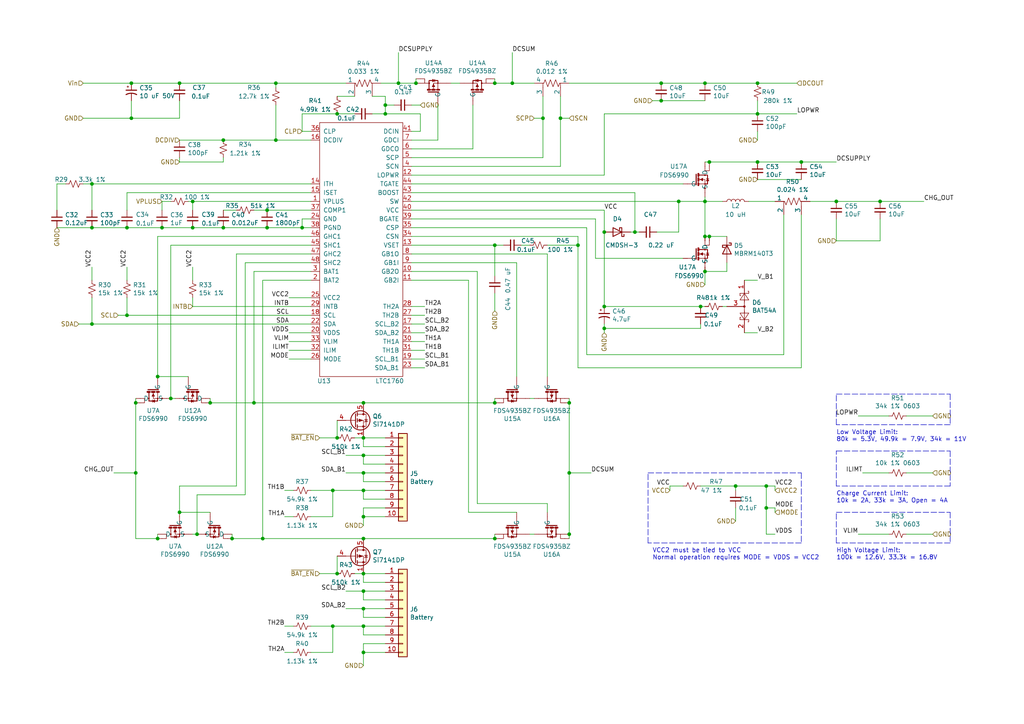
<source format=kicad_sch>
(kicad_sch (version 20211123) (generator eeschema)
  (paper "A4")
  (title_block (title "WW-Battery-Pack PCBs") (date "2020-07-27") (rev "A") (company "Guatek") (comment 1 "First version of 6-pack board stack for Inspired Energy NH2034HD34"))
  (junction (at 45.72 109.22))
  (junction (at 97.79 127))
  (junction (at 38.1 24.13))
  (junction (at 111.76 33.02))
  (junction (at 148.59 24.13))
  (junction (at 67.31 156.21))
  (junction (at 105.41 189.23))
  (junction (at 191.77 29.21))
  (junction (at 105.41 149.86))
  (junction (at 115.57 24.13))
  (junction (at 255.27 58.42))
  (junction (at 87.63 66.04))
  (junction (at 242.57 58.42))
  (junction (at 167.64 71.12))
  (junction (at 105.41 176.53))
  (junction (at 184.15 67.31))
  (junction (at 36.83 66.04))
  (junction (at 64.77 40.64))
  (junction (at 26.67 66.04))
  (junction (at 196.85 58.42))
  (junction (at 105.41 127))
  (junction (at 105.41 171.45))
  (junction (at 55.88 58.42))
  (junction (at 46.99 66.04))
  (junction (at 143.51 71.12))
  (junction (at 73.66 116.84))
  (junction (at 175.26 95.25))
  (junction (at 64.77 66.04))
  (junction (at 120.65 24.13))
  (junction (at 77.47 66.04))
  (junction (at 49.53 115.57))
  (junction (at 165.1 154.94))
  (junction (at 105.41 132.08))
  (junction (at 204.47 24.13))
  (junction (at 165.1 137.16))
  (junction (at 38.1 34.29))
  (junction (at 77.47 60.96))
  (junction (at 203.2 88.9))
  (junction (at 222.25 140.97))
  (junction (at 26.67 53.34))
  (junction (at 97.79 166.37))
  (junction (at 105.41 181.61))
  (junction (at 205.74 68.58))
  (junction (at 157.48 34.29))
  (junction (at 213.36 140.97))
  (junction (at 111.76 30.48))
  (junction (at 219.71 24.13))
  (junction (at 55.88 66.04))
  (junction (at 45.72 156.21))
  (junction (at 105.41 142.24))
  (junction (at 26.67 93.98))
  (junction (at 191.77 24.13))
  (junction (at 36.83 91.44))
  (junction (at 204.47 58.42))
  (junction (at 204.47 68.58))
  (junction (at 232.41 46.99))
  (junction (at 80.01 24.13))
  (junction (at 143.51 156.21))
  (junction (at 175.26 88.9))
  (junction (at 39.37 116.84))
  (junction (at 143.51 24.13))
  (junction (at 165.1 116.84))
  (junction (at 219.71 46.99))
  (junction (at 97.79 33.02))
  (junction (at 105.41 156.21))
  (junction (at 204.47 78.74))
  (junction (at 60.96 116.84))
  (junction (at 80.01 40.64))
  (junction (at 39.37 137.16))
  (junction (at 105.41 137.16))
  (junction (at 96.52 142.24))
  (junction (at 222.25 147.32))
  (junction (at 76.2 156.21))
  (junction (at 105.41 166.37))
  (junction (at 52.07 24.13))
  (junction (at 143.51 116.84))
  (junction (at 96.52 181.61))
  (junction (at 57.15 154.94))
  (junction (at 105.41 116.84))
  (junction (at 205.74 46.99))
  (junction (at 52.07 148.59))
  (junction (at 219.71 33.02))
  (junction (at 175.26 67.31))
  (junction (at 162.56 34.29))
  (wire (pts (xy 148.59 24.13) (xy 148.59 15.24)))
  (wire (pts (xy 105.41 181.61) (xy 96.52 181.61)))
  (wire (pts (xy 67.31 154.94) (xy 67.31 156.21)))
  (wire (pts (xy 71.12 143.51) (xy 71.12 76.2)))
  (wire (pts (xy 105.41 116.84) (xy 143.51 116.84)))
  (wire (pts (xy 38.1 34.29) (xy 52.07 34.29)))
  (wire (pts (xy 171.45 137.16) (xy 165.1 137.16)))
  (wire (pts (xy 100.33 132.08) (xy 105.41 132.08)))
  (polyline (pts (xy 242.57 130.81) (xy 275.59 130.81)))
  (wire (pts (xy 222.25 147.32) (xy 222.25 140.97)))
  (wire (pts (xy 102.87 27.94) (xy 97.79 27.94)))
  (wire (pts (xy 184.15 55.88) (xy 184.15 67.31)))
  (wire (pts (xy 232.41 52.07) (xy 219.71 52.07)))
  (wire (pts (xy 167.64 68.58) (xy 167.64 71.12)))
  (wire (pts (xy 153.67 115.57) (xy 154.94 115.57)))
  (wire (pts (xy 105.41 166.37) (xy 102.87 166.37)))
  (wire (pts (xy 204.47 57.15) (xy 204.47 58.42)))
  (wire (pts (xy 143.51 22.86) (xy 143.51 24.13)))
  (wire (pts (xy 105.41 171.45) (xy 111.76 171.45)))
  (wire (pts (xy 90.17 189.23) (xy 96.52 189.23)))
  (wire (pts (xy 114.3 30.48) (xy 111.76 30.48)))
  (wire (pts (xy 190.5 67.31) (xy 196.85 67.31)))
  (wire (pts (xy 80.01 40.64) (xy 90.17 40.64)))
  (wire (pts (xy 111.76 27.94) (xy 111.76 30.48)))
  (wire (pts (xy 262.89 137.16) (xy 270.51 137.16)))
  (wire (pts (xy 196.85 58.42) (xy 204.47 58.42)))
  (wire (pts (xy 36.83 55.88) (xy 36.83 60.96)))
  (wire (pts (xy 111.76 184.15) (xy 105.41 184.15)))
  (wire (pts (xy 64.77 45.72) (xy 64.77 46.99)))
  (wire (pts (xy 111.76 30.48) (xy 111.76 33.02)))
  (wire (pts (xy 105.41 189.23) (xy 105.41 193.04)))
  (wire (pts (xy 100.33 24.13) (xy 80.01 24.13)))
  (wire (pts (xy 219.71 24.13) (xy 231.14 24.13)))
  (wire (pts (xy 45.72 154.94) (xy 45.72 156.21)))
  (wire (pts (xy 39.37 156.21) (xy 45.72 156.21)))
  (wire (pts (xy 52.07 45.72) (xy 52.07 46.99)))
  (wire (pts (xy 149.86 148.59) (xy 135.89 148.59)))
  (wire (pts (xy 123.19 106.68) (xy 119.38 106.68)))
  (wire (pts (xy 170.18 102.87) (xy 170.18 66.04)))
  (wire (pts (xy 137.16 43.18) (xy 119.38 43.18)))
  (wire (pts (xy 54.61 109.22) (xy 45.72 109.22)))
  (wire (pts (xy 172.72 74.93) (xy 198.12 74.93)))
  (wire (pts (xy 149.86 109.22) (xy 149.86 76.2)))
  (wire (pts (xy 55.88 88.9) (xy 55.88 86.36)))
  (wire (pts (xy 90.17 53.34) (xy 26.67 53.34)))
  (wire (pts (xy 76.2 156.21) (xy 105.41 156.21)))
  (wire (pts (xy 213.36 140.97) (xy 203.2 140.97)))
  (wire (pts (xy 111.76 149.86) (xy 105.41 149.86)))
  (wire (pts (xy 55.88 66.04) (xy 64.77 66.04)))
  (wire (pts (xy 90.17 55.88) (xy 36.83 55.88)))
  (wire (pts (xy 49.53 115.57) (xy 50.8 115.57)))
  (wire (pts (xy 105.41 139.7) (xy 111.76 139.7)))
  (polyline (pts (xy 275.59 114.3) (xy 275.59 123.19)))
  (wire (pts (xy 219.71 38.1) (xy 219.71 40.64)))
  (wire (pts (xy 26.67 93.98) (xy 22.86 93.98)))
  (wire (pts (xy 111.76 33.02) (xy 121.92 33.02)))
  (wire (pts (xy 80.01 30.48) (xy 80.01 40.64)))
  (wire (pts (xy 39.37 137.16) (xy 39.37 156.21)))
  (wire (pts (xy 146.05 71.12) (xy 143.51 71.12)))
  (wire (pts (xy 167.64 71.12) (xy 167.64 106.68)))
  (wire (pts (xy 80.01 24.13) (xy 80.01 25.4)))
  (wire (pts (xy 111.76 142.24) (xy 105.41 142.24)))
  (wire (pts (xy 165.1 137.16) (xy 165.1 154.94)))
  (wire (pts (xy 119.38 55.88) (xy 184.15 55.88)))
  (wire (pts (xy 165.1 156.21) (xy 165.1 154.94)))
  (wire (pts (xy 55.88 88.9) (xy 90.17 88.9)))
  (wire (pts (xy 213.36 142.24) (xy 213.36 140.97)))
  (wire (pts (xy 87.63 66.04) (xy 90.17 66.04)))
  (wire (pts (xy 119.38 60.96) (xy 175.26 60.96)))
  (wire (pts (xy 151.13 71.12) (xy 153.67 71.12)))
  (wire (pts (xy 194.31 140.97) (xy 194.31 142.24)))
  (wire (pts (xy 111.76 189.23) (xy 105.41 189.23)))
  (wire (pts (xy 204.47 78.74) (xy 210.82 78.74)))
  (wire (pts (xy 157.48 34.29) (xy 157.48 45.72)))
  (wire (pts (xy 38.1 24.13) (xy 24.13 24.13)))
  (wire (pts (xy 36.83 91.44) (xy 90.17 91.44)))
  (wire (pts (xy 49.53 71.12) (xy 90.17 71.12)))
  (wire (pts (xy 107.95 27.94) (xy 111.76 27.94)))
  (wire (pts (xy 137.16 30.48) (xy 137.16 43.18)))
  (wire (pts (xy 204.47 24.13) (xy 191.77 24.13)))
  (wire (pts (xy 222.25 147.32) (xy 222.25 154.94)))
  (wire (pts (xy 90.17 60.96) (xy 77.47 60.96)))
  (wire (pts (xy 204.47 58.42) (xy 204.47 68.58)))
  (wire (pts (xy 222.25 154.94) (xy 224.79 154.94)))
  (wire (pts (xy 45.72 68.58) (xy 90.17 68.58)))
  (wire (pts (xy 19.05 53.34) (xy 16.51 53.34)))
  (wire (pts (xy 49.53 58.42) (xy 46.99 58.42)))
  (wire (pts (xy 111.76 147.32) (xy 105.41 147.32)))
  (wire (pts (xy 105.41 147.32) (xy 105.41 149.86)))
  (wire (pts (xy 105.41 137.16) (xy 111.76 137.16)))
  (wire (pts (xy 203.2 88.9) (xy 204.47 88.9)))
  (wire (pts (xy 90.17 58.42) (xy 55.88 58.42)))
  (wire (pts (xy 242.57 58.42) (xy 255.27 58.42)))
  (polyline (pts (xy 242.57 157.48) (xy 242.57 148.59)))
  (wire (pts (xy 205.74 68.58) (xy 210.82 68.58)))
  (wire (pts (xy 215.9 81.28) (xy 219.71 81.28)))
  (wire (pts (xy 57.15 154.94) (xy 57.15 143.51)))
  (wire (pts (xy 105.41 166.37) (xy 111.76 166.37)))
  (wire (pts (xy 248.92 120.65) (xy 257.81 120.65)))
  (wire (pts (xy 33.02 137.16) (xy 39.37 137.16)))
  (wire (pts (xy 107.95 33.02) (xy 111.76 33.02)))
  (wire (pts (xy 119.38 30.48) (xy 121.92 30.48)))
  (wire (pts (xy 97.79 33.02) (xy 87.63 33.02)))
  (wire (pts (xy 105.41 142.24) (xy 96.52 142.24)))
  (wire (pts (xy 167.64 106.68) (xy 232.41 106.68)))
  (wire (pts (xy 73.66 60.96) (xy 77.47 60.96)))
  (wire (pts (xy 196.85 67.31) (xy 196.85 58.42)))
  (wire (pts (xy 170.18 102.87) (xy 227.33 102.87)))
  (wire (pts (xy 36.83 81.28) (xy 36.83 77.47)))
  (wire (pts (xy 110.49 24.13) (xy 115.57 24.13)))
  (wire (pts (xy 119.38 63.5) (xy 172.72 63.5)))
  (wire (pts (xy 143.51 154.94) (xy 143.51 156.21)))
  (wire (pts (xy 36.83 91.44) (xy 34.29 91.44)))
  (wire (pts (xy 119.38 93.98) (xy 123.19 93.98)))
  (wire (pts (xy 205.74 68.58) (xy 204.47 68.58)))
  (wire (pts (xy 46.99 58.42) (xy 46.99 60.96)))
  (wire (pts (xy 119.38 99.06) (xy 123.19 99.06)))
  (wire (pts (xy 232.41 46.99) (xy 242.57 46.99)))
  (wire (pts (xy 105.41 179.07) (xy 111.76 179.07)))
  (polyline (pts (xy 275.59 157.48) (xy 242.57 157.48)))
  (wire (pts (xy 83.82 86.36) (xy 90.17 86.36)))
  (wire (pts (xy 96.52 189.23) (xy 96.52 181.61)))
  (wire (pts (xy 119.38 91.44) (xy 123.19 91.44)))
  (wire (pts (xy 52.07 24.13) (xy 38.1 24.13)))
  (wire (pts (xy 203.2 93.98) (xy 203.2 95.25)))
  (polyline (pts (xy 232.41 157.48) (xy 187.96 157.48)))
  (wire (pts (xy 210.82 78.74) (xy 210.82 76.2)))
  (wire (pts (xy 105.41 176.53) (xy 111.76 176.53)))
  (wire (pts (xy 26.67 53.34) (xy 26.67 60.96)))
  (wire (pts (xy 165.1 116.84) (xy 165.1 137.16)))
  (wire (pts (xy 262.89 154.94) (xy 270.51 154.94)))
  (wire (pts (xy 232.41 62.23) (xy 232.41 106.68)))
  (wire (pts (xy 96.52 142.24) (xy 90.17 142.24)))
  (wire (pts (xy 175.26 60.96) (xy 175.26 67.31)))
  (polyline (pts (xy 275.59 123.19) (xy 242.57 123.19)))
  (wire (pts (xy 105.41 134.62) (xy 111.76 134.62)))
  (wire (pts (xy 73.66 116.84) (xy 105.41 116.84)))
  (wire (pts (xy 105.41 184.15) (xy 105.41 181.61)))
  (wire (pts (xy 227.33 62.23) (xy 227.33 102.87)))
  (wire (pts (xy 153.67 154.94) (xy 154.94 154.94)))
  (wire (pts (xy 255.27 69.85) (xy 242.57 69.85)))
  (wire (pts (xy 87.63 38.1) (xy 90.17 38.1)))
  (wire (pts (xy 111.76 186.69) (xy 105.41 186.69)))
  (wire (pts (xy 143.51 85.09) (xy 143.51 90.17)))
  (wire (pts (xy 73.66 116.84) (xy 73.66 78.74)))
  (wire (pts (xy 127 40.64) (xy 119.38 40.64)))
  (wire (pts (xy 105.41 127) (xy 105.41 129.54)))
  (wire (pts (xy 82.55 189.23) (xy 85.09 189.23)))
  (polyline (pts (xy 242.57 123.19) (xy 242.57 114.3)))
  (wire (pts (xy 52.07 34.29) (xy 52.07 29.21)))
  (wire (pts (xy 90.17 63.5) (xy 87.63 63.5)))
  (wire (pts (xy 175.26 67.31) (xy 175.26 88.9)))
  (wire (pts (xy 162.56 48.26) (xy 162.56 34.29)))
  (wire (pts (xy 248.92 154.94) (xy 257.81 154.94)))
  (wire (pts (xy 213.36 140.97) (xy 222.25 140.97)))
  (wire (pts (xy 97.79 166.37) (xy 97.79 161.29)))
  (polyline (pts (xy 232.41 137.16) (xy 232.41 157.48)))
  (wire (pts (xy 57.15 143.51) (xy 71.12 143.51)))
  (wire (pts (xy 36.83 91.44) (xy 36.83 86.36)))
  (wire (pts (xy 209.55 88.9) (xy 210.82 88.9)))
  (wire (pts (xy 90.17 149.86) (xy 96.52 149.86)))
  (wire (pts (xy 87.63 33.02) (xy 87.63 38.1)))
  (wire (pts (xy 68.58 140.97) (xy 68.58 73.66)))
  (wire (pts (xy 158.75 71.12) (xy 167.64 71.12)))
  (wire (pts (xy 165.1 34.29) (xy 162.56 34.29)))
  (wire (pts (xy 157.48 27.94) (xy 157.48 34.29)))
  (wire (pts (xy 71.12 76.2) (xy 90.17 76.2)))
  (wire (pts (xy 119.38 104.14) (xy 123.19 104.14)))
  (wire (pts (xy 55.88 77.47) (xy 55.88 81.28)))
  (wire (pts (xy 111.76 168.91) (xy 105.41 168.91)))
  (wire (pts (xy 60.96 115.57) (xy 60.96 116.84)))
  (wire (pts (xy 105.41 137.16) (xy 105.41 139.7)))
  (wire (pts (xy 204.47 78.74) (xy 204.47 82.55)))
  (wire (pts (xy 52.07 40.64) (xy 64.77 40.64)))
  (wire (pts (xy 102.87 33.02) (xy 97.79 33.02)))
  (wire (pts (xy 96.52 149.86) (xy 96.52 142.24)))
  (wire (pts (xy 45.72 109.22) (xy 45.72 68.58)))
  (wire (pts (xy 165.1 116.84) (xy 165.1 115.57)))
  (wire (pts (xy 222.25 140.97) (xy 224.79 140.97)))
  (wire (pts (xy 97.79 127) (xy 92.71 127)))
  (wire (pts (xy 111.76 181.61) (xy 105.41 181.61)))
  (wire (pts (xy 119.38 71.12) (xy 143.51 71.12)))
  (wire (pts (xy 55.88 58.42) (xy 55.88 60.96)))
  (wire (pts (xy 105.41 156.21) (xy 143.51 156.21)))
  (wire (pts (xy 100.33 176.53) (xy 105.41 176.53)))
  (wire (pts (xy 60.96 148.59) (xy 52.07 148.59)))
  (wire (pts (xy 76.2 156.21) (xy 76.2 81.28)))
  (wire (pts (xy 24.13 53.34) (xy 26.67 53.34)))
  (wire (pts (xy 204.47 24.13) (xy 219.71 24.13)))
  (polyline (pts (xy 187.96 137.16) (xy 232.41 137.16)))
  (wire (pts (xy 36.83 66.04) (xy 46.99 66.04)))
  (wire (pts (xy 135.89 148.59) (xy 135.89 81.28)))
  (wire (pts (xy 55.88 58.42) (xy 54.61 58.42)))
  (wire (pts (xy 170.18 66.04) (xy 119.38 66.04)))
  (wire (pts (xy 182.88 67.31) (xy 184.15 67.31)))
  (wire (pts (xy 64.77 46.99) (xy 52.07 46.99)))
  (wire (pts (xy 154.94 34.29) (xy 157.48 34.29)))
  (wire (pts (xy 175.26 88.9) (xy 203.2 88.9)))
  (wire (pts (xy 184.15 67.31) (xy 185.42 67.31)))
  (wire (pts (xy 123.19 101.6) (xy 119.38 101.6)))
  (wire (pts (xy 64.77 40.64) (xy 80.01 40.64)))
  (wire (pts (xy 105.41 132.08) (xy 105.41 134.62)))
  (wire (pts (xy 105.41 127) (xy 102.87 127)))
  (wire (pts (xy 175.26 95.25) (xy 175.26 96.52)))
  (wire (pts (xy 138.43 146.05) (xy 138.43 78.74)))
  (wire (pts (xy 97.79 127) (xy 97.79 121.92)))
  (wire (pts (xy 158.75 148.59) (xy 158.75 146.05)))
  (wire (pts (xy 97.79 166.37) (xy 92.71 166.37)))
  (wire (pts (xy 121.92 38.1) (xy 119.38 38.1)))
  (wire (pts (xy 26.67 81.28) (xy 26.67 77.47)))
  (wire (pts (xy 158.75 109.22) (xy 158.75 73.66)))
  (wire (pts (xy 82.55 149.86) (xy 85.09 149.86)))
  (wire (pts (xy 143.51 24.13) (xy 148.59 24.13)))
  (wire (pts (xy 213.36 147.32) (xy 213.36 151.13)))
  (wire (pts (xy 38.1 29.21) (xy 38.1 34.29)))
  (wire (pts (xy 119.38 50.8) (xy 175.26 50.8)))
  (polyline (pts (xy 242.57 148.59) (xy 275.59 148.59)))
  (wire (pts (xy 115.57 24.13) (xy 120.65 24.13)))
  (wire (pts (xy 158.75 73.66) (xy 119.38 73.66)))
  (wire (pts (xy 162.56 34.29) (xy 162.56 27.94)))
  (wire (pts (xy 135.89 81.28) (xy 119.38 81.28)))
  (wire (pts (xy 83.82 101.6) (xy 90.17 101.6)))
  (wire (pts (xy 119.38 48.26) (xy 162.56 48.26)))
  (wire (pts (xy 232.41 46.99) (xy 219.71 46.99)))
  (wire (pts (xy 64.77 66.04) (xy 77.47 66.04)))
  (wire (pts (xy 52.07 140.97) (xy 68.58 140.97)))
  (wire (pts (xy 46.99 66.04) (xy 55.88 66.04)))
  (wire (pts (xy 204.47 29.21) (xy 191.77 29.21)))
  (wire (pts (xy 217.17 58.42) (xy 224.79 58.42)))
  (wire (pts (xy 26.67 93.98) (xy 90.17 93.98)))
  (wire (pts (xy 175.26 95.25) (xy 203.2 95.25)))
  (wire (pts (xy 60.96 116.84) (xy 73.66 116.84)))
  (wire (pts (xy 262.89 120.65) (xy 270.51 120.65)))
  (polyline (pts (xy 275.59 148.59) (xy 275.59 157.48)))
  (wire (pts (xy 105.41 171.45) (xy 105.41 173.99)))
  (wire (pts (xy 175.26 33.02) (xy 219.71 33.02)))
  (wire (pts (xy 26.67 93.98) (xy 26.67 86.36)))
  (wire (pts (xy 204.47 46.99) (xy 205.74 46.99)))
  (wire (pts (xy 96.52 181.61) (xy 90.17 181.61)))
  (wire (pts (xy 209.55 58.42) (xy 204.47 58.42)))
  (wire (pts (xy 120.65 22.86) (xy 120.65 24.13)))
  (wire (pts (xy 255.27 63.5) (xy 255.27 69.85)))
  (wire (pts (xy 83.82 99.06) (xy 90.17 99.06)))
  (wire (pts (xy 111.76 127) (xy 105.41 127)))
  (wire (pts (xy 242.57 63.5) (xy 242.57 69.85)))
  (wire (pts (xy 77.47 66.04) (xy 87.63 66.04)))
  (wire (pts (xy 175.26 93.98) (xy 175.26 95.25)))
  (wire (pts (xy 105.41 173.99) (xy 111.76 173.99)))
  (polyline (pts (xy 187.96 157.48) (xy 187.96 137.16)))
  (wire (pts (xy 231.14 33.02) (xy 219.71 33.02)))
  (wire (pts (xy 119.38 68.58) (xy 167.64 68.58)))
  (wire (pts (xy 100.33 137.16) (xy 105.41 137.16)))
  (wire (pts (xy 224.79 140.97) (xy 224.79 142.24)))
  (wire (pts (xy 16.51 66.04) (xy 26.67 66.04)))
  (wire (pts (xy 157.48 45.72) (xy 119.38 45.72)))
  (wire (pts (xy 39.37 116.84) (xy 39.37 137.16)))
  (wire (pts (xy 39.37 115.57) (xy 39.37 116.84)))
  (wire (pts (xy 80.01 24.13) (xy 52.07 24.13)))
  (wire (pts (xy 82.55 181.61) (xy 85.09 181.61)))
  (wire (pts (xy 87.63 63.5) (xy 87.63 66.04)))
  (wire (pts (xy 148.59 24.13) (xy 154.94 24.13)))
  (wire (pts (xy 55.88 154.94) (xy 57.15 154.94)))
  (wire (pts (xy 215.9 96.52) (xy 219.71 96.52)))
  (wire (pts (xy 83.82 96.52) (xy 90.17 96.52)))
  (wire (pts (xy 100.33 171.45) (xy 105.41 171.45)))
  (wire (pts (xy 67.31 156.21) (xy 76.2 156.21)))
  (wire (pts (xy 138.43 78.74) (xy 119.38 78.74)))
  (wire (pts (xy 219.71 29.21) (xy 219.71 33.02)))
  (wire (pts (xy 194.31 140.97) (xy 198.12 140.97)))
  (wire (pts (xy 82.55 142.24) (xy 85.09 142.24)))
  (wire (pts (xy 130.81 24.13) (xy 133.35 24.13)))
  (wire (pts (xy 26.67 66.04) (xy 36.83 66.04)))
  (wire (pts (xy 105.41 168.91) (xy 105.41 166.37)))
  (wire (pts (xy 105.41 129.54) (xy 111.76 129.54)))
  (wire (pts (xy 191.77 24.13) (xy 165.1 24.13)))
  (wire (pts (xy 52.07 148.59) (xy 52.07 140.97)))
  (wire (pts (xy 76.2 81.28) (xy 90.17 81.28)))
  (wire (pts (xy 105.41 186.69) (xy 105.41 189.23)))
  (wire (pts (xy 119.38 58.42) (xy 196.85 58.42)))
  (wire (pts (xy 158.75 146.05) (xy 138.43 146.05)))
  (wire (pts (xy 119.38 53.34) (xy 198.12 53.34)))
  (wire (pts (xy 149.86 76.2) (xy 119.38 76.2)))
  (wire (pts (xy 24.13 34.29) (xy 38.1 34.29)))
  (wire (pts (xy 224.79 147.32) (xy 224.79 148.59)))
  (wire (pts (xy 68.58 60.96) (xy 64.77 60.96)))
  (wire (pts (xy 255.27 58.42) (xy 267.97 58.42)))
  (wire (pts (xy 224.79 147.32) (xy 222.25 147.32)))
  (wire (pts (xy 250.19 137.16) (xy 257.81 137.16)))
  (wire (pts (xy 105.41 144.78) (xy 105.41 142.24)))
  (wire (pts (xy 105.41 132.08) (xy 111.76 132.08)))
  (wire (pts (xy 234.95 58.42) (xy 242.57 58.42)))
  (wire (pts (xy 90.17 78.74) (xy 73.66 78.74)))
  (wire (pts (xy 105.41 149.86) (xy 105.41 152.4)))
  (polyline (pts (xy 242.57 140.97) (xy 242.57 130.81)))
  (wire (pts (xy 90.17 104.14) (xy 83.82 104.14)))
  (polyline (pts (xy 275.59 140.97) (xy 242.57 140.97)))
  (wire (pts (xy 143.51 115.57) (xy 143.51 116.84)))
  (wire (pts (xy 119.38 88.9) (xy 123.19 88.9)))
  (wire (pts (xy 16.51 53.34) (xy 16.51 60.96)))
  (wire (pts (xy 119.38 96.52) (xy 123.19 96.52)))
  (wire (pts (xy 49.53 115.57) (xy 49.53 71.12)))
  (wire (pts (xy 115.57 15.24) (xy 115.57 24.13)))
  (wire (pts (xy 219.71 46.99) (xy 205.74 46.99)))
  (wire (pts (xy 127 30.48) (xy 127 40.64)))
  (wire (pts (xy 68.58 73.66) (xy 90.17 73.66)))
  (wire (pts (xy 105.41 176.53) (xy 105.41 179.07)))
  (wire (pts (xy 172.72 63.5) (xy 172.72 74.93)))
  (wire (pts (xy 121.92 33.02) (xy 121.92 38.1)))
  (wire (pts (xy 111.76 144.78) (xy 105.41 144.78)))
  (polyline (pts (xy 242.57 114.3) (xy 275.59 114.3)))
  (polyline (pts (xy 275.59 130.81) (xy 275.59 140.97)))
  (wire (pts (xy 143.51 71.12) (xy 143.51 80.01)))
  (wire (pts (xy 189.23 29.21) (xy 191.77 29.21)))
  (wire (pts (xy 175.26 50.8) (xy 175.26 33.02)))
  (text "High Voltage Limit:\n100k = 12.6V, 33.3k = 16.8V" (at 242.57 162.56 0) (effects (font (size 1.27 1.27)) (justify left bottom)))
  (text "VCC2 must be tied to VCC\nNormal operation requires MODE = VDDS = VCC2" (at 189.23 162.56 0) (effects (font (size 1.27 1.27)) (justify left bottom)))
  (text "Charge Current Limit:\n10k = 2A, 33k = 3A, Open = 4A" (at 242.57 146.05 0) (effects (font (size 1.27 1.27)) (justify left bottom)))
  (text "Low Voltage Limit:\n80k = 5.3V, 49.9k = 7.9V, 34k = 11V" (at 242.57 128.27 0) (effects (font (size 1.27 1.27)) (justify left bottom)))
  (label "MODE" (at 83.82 104.14 180))
  (label "LOPWR" (at 248.92 120.65 180))
  (label "VCC2" (at 55.88 77.47 90))
  (label "TH2A" (at 82.55 189.23 180))
  (label "SCL_B1" (at 123.19 104.14 0))
  (label "SDA_B2" (at 123.19 96.52 0))
  (label "VCC2" (at 36.83 77.47 90))
  (label "SCL" (at 83.82 91.44 180))
  (label "TH1B" (at 123.19 101.6 0))
  (label "TH1A" (at 123.19 99.06 0))
  (label "CHG_OUT" (at 267.97 58.42 0))
  (label "SCL_B2" (at 100.33 171.45 180))
  (label "VCC" (at 175.26 60.96 0))
  (label "VDDS" (at 224.79 154.94 0))
  (label "V_B1" (at 219.71 81.28 0))
  (label "DCSUPPLY" (at 242.57 46.99 0))
  (label "ILIMT" (at 83.82 101.6 180))
  (label "SCL_B2" (at 123.19 93.98 0))
  (label "LOPWR" (at 231.14 33.02 0))
  (label "CHG_OUT" (at 33.02 137.16 180))
  (label "VDDS" (at 83.82 96.52 180))
  (label "TH1B" (at 82.55 142.24 180))
  (label "TH2A" (at 123.19 88.9 0))
  (label "TH2B" (at 123.19 91.44 0))
  (label "MODE" (at 224.79 147.32 0))
  (label "VCC2" (at 26.67 77.47 90))
  (label "SDA_B1" (at 100.33 137.16 180))
  (label "VLIM" (at 83.82 99.06 180))
  (label "VCC" (at 194.31 140.97 180))
  (label "V_B2" (at 219.71 96.52 0))
  (label "TH2B" (at 82.55 181.61 180))
  (label "SDA_B1" (at 123.19 106.68 0))
  (label "SDA" (at 83.82 93.98 180))
  (label "TH1A" (at 82.55 149.86 180))
  (label "SDA_B2" (at 100.33 176.53 180))
  (label "INTB" (at 83.82 88.9 180))
  (label "VCC2" (at 83.82 86.36 180))
  (label "SCL_B1" (at 100.33 132.08 180))
  (label "DCSUM" (at 171.45 137.16 0))
  (label "ILIMT" (at 250.19 137.16 180))
  (label "VLIM" (at 248.92 154.94 180))
  (label "DCSUM" (at 148.59 15.24 0))
  (label "DCSUPPLY" (at 115.57 15.24 0))
  (label "VCC2" (at 224.79 140.97 0))
  (hierarchical_label "GND" (shape input) (at 24.13 34.29 180))
  (hierarchical_label "Vin" (shape input) (at 24.13 24.13 180))
  (hierarchical_label "GND" (shape input) (at 143.51 90.17 270))
  (hierarchical_label "GND" (shape input) (at 270.51 137.16 0))
  (hierarchical_label "CLP" (shape input) (at 87.63 38.1 180))
  (hierarchical_label "~{BAT_EN}" (shape input) (at 92.71 166.37 180))
  (hierarchical_label "SDA" (shape input) (at 22.86 93.98 180))
  (hierarchical_label "GND" (shape input) (at 270.51 120.65 0))
  (hierarchical_label "GND" (shape input) (at 105.41 193.04 180))
  (hierarchical_label "GND" (shape input) (at 219.71 52.07 180))
  (hierarchical_label "GND" (shape input) (at 219.71 40.64 180))
  (hierarchical_label "GND" (shape input) (at 16.51 66.04 270))
  (hierarchical_label "GND" (shape input) (at 105.41 152.4 180))
  (hierarchical_label "GND" (shape input) (at 270.51 154.94 0))
  (hierarchical_label "GND" (shape input) (at 242.57 69.85 180))
  (hierarchical_label "SCL" (shape input) (at 34.29 91.44 180))
  (hierarchical_label "INTB" (shape input) (at 55.88 88.9 180))
  (hierarchical_label "GND" (shape input) (at 175.26 96.52 270))
  (hierarchical_label "GND" (shape input) (at 52.07 46.99 180))
  (hierarchical_label "VPLUS" (shape input) (at 46.99 58.42 180))
  (hierarchical_label "VCC2" (shape input) (at 224.79 142.24 0))
  (hierarchical_label "DCOUT" (shape input) (at 231.14 24.13 0))
  (hierarchical_label "SCN" (shape input) (at 165.1 34.29 0))
  (hierarchical_label "MODE" (shape input) (at 224.79 148.59 0))
  (hierarchical_label "VCC" (shape input) (at 194.31 142.24 180))
  (hierarchical_label "GND" (shape input) (at 204.47 82.55 180))
  (hierarchical_label "GND" (shape input) (at 189.23 29.21 180))
  (hierarchical_label "SCP" (shape input) (at 154.94 34.29 180))
  (hierarchical_label "GND" (shape input) (at 121.92 30.48 0))
  (hierarchical_label "DCDIV" (shape input) (at 52.07 40.64 180))
  (hierarchical_label "~{BAT_EN}" (shape input) (at 92.71 127 180))
  (hierarchical_label "GND" (shape input) (at 213.36 151.13 180))
  (symbol (lib_id "ProjectDevices:LTC1760") (at 105.41 71.12 0)
    (property "Reference" "U13" (at 93.98 110.49 0))
    (property "Value" "LTC1760" (at 113.03 110.49 0))
    (property "Footprint" "Package_SO:TSSOP-48_6.1x12.5mm_P0.5mm" (effects hide))
  )
  (symbol (lib_id "ProjectDevices:FDS4935BZ") (at 125.73 24.13 90) (mirror x)
    (property "Reference" "U14" (at 125.73 18.2626 90))
    (property "Value" "FDS4935BZ" (at 125.73 20.574 90))
    (property "Footprint" "Package_SO:SO-8_3.9x4.9mm_P1.27mm" (effects hide))
    (property "Datasheet" "https://docs.google.com/presentation/d/19n4axSA5bAIxrN7nxZUAxGqdsjyp7uwdxvZKUIk3mGc/edit?usp=sharing" (effects hide))
    (property "Part Number" "FDS4935BZCT-ND" (effects hide))
    (property "Supplier" "Digikey" (effects hide))
    (property "Link" "https://www.digikey.com/product-detail/en/on-semiconductor/FDS4935BZ/FDS4935BZCT-ND/1154660" (effects hide))
  )
  (symbol (lib_id "ProjectDevices:FDS4935BZ") (at 160.02 115.57 270) (mirror x)
    (property "Reference" "U16" (at 160.02 121.4374 90))
    (property "Value" "FDS4935BZ" (at 160.02 119.126 90))
    (property "Footprint" "Package_SO:SO-8_3.9x4.9mm_P1.27mm" (effects hide))
    (property "Datasheet" "https://docs.google.com/presentation/d/19n4axSA5bAIxrN7nxZUAxGqdsjyp7uwdxvZKUIk3mGc/edit?usp=sharing" (effects hide))
    (property "Part Number" "FDS4935BZCT-ND" (effects hide))
    (property "Supplier" "Digikey" (effects hide))
    (property "Link" "https://www.digikey.com/product-detail/en/on-semiconductor/FDS4935BZ/FDS4935BZCT-ND/1154660" (effects hide))
  )
  (symbol (lib_id "ProjectDevices:FDS6990") (at 203.2 52.07 0)
    (property "Reference" "U17" (at 196.85 48.26 0))
    (property "Value" "FDS6990" (at 195.58 50.8 0))
    (property "Footprint" "Package_SO:SO-8_3.9x4.9mm_P1.27mm" (effects hide))
    (property "Datasheet" "https://www.onsemi.com/pub/Collateral/FDS6990A-D.pdf" (effects hide))
    (property "Part Number" "FDS6990ACT-ND" (effects hide))
    (property "Supplier" "Digikey" (effects hide))
    (property "Link" "https://www.digikey.com/product-detail/en/on-semiconductor/FDS6990A/FDS6990ACT-ND/965630" (effects hide))
  )
  (symbol (lib_id "ProjectDevices:FDS6990") (at 203.2 73.66 0)
    (property "Reference" "U17" (at 196.85 77.47 0) (effects (justify left)))
    (property "Value" "FDS6990" (at 195.58 80.01 0) (effects (justify left)))
    (property "Footprint" "Package_SO:SO-8_3.9x4.9mm_P1.27mm" (effects hide))
    (property "Datasheet" "https://www.onsemi.com/pub/Collateral/FDS6990A-D.pdf" (effects hide))
  )
  (symbol (lib_id "Connector_Generic:Conn_01x10") (at 116.84 137.16 0)
    (property "Reference" "J5" (at 118.872 137.3632 0) (effects (justify left)))
    (property "Value" "Battery" (at 118.872 139.6746 0) (effects (justify left)))
    (property "Footprint" "ProjectFootprints:S9169-ND" (effects hide))
    (property "Datasheet" "http://suddendocs.samtec.com/prints/tss-tstd.pdf" (effects hide))
    (property "Part Number" "SAM10310-ND" (effects hide))
    (property "Supplier" "Digikey" (effects hide))
    (property "Link" "https://www.digikey.com/product-detail/en/samtec-inc/TSS-105-01-G-D/SAM10310-ND/6679047" (effects hide))
  )
  (symbol (lib_id "Device:R_Small_US") (at 87.63 142.24 270)
    (property "Reference" "R37" (at 87.63 139.7 90))
    (property "Value" "54.9k 1%" (at 87.63 144.78 90))
    (property "Footprint" "Resistor_SMD:R_0603_1608Metric_Pad1.05x0.95mm_HandSolder" (effects hide))
    (property "Datasheet" "https://industrial.panasonic.com/cdbs/www-data/pdf/RDA0000/AOA0000C304.pdf" (effects hide))
    (property "Part Number" "P54.9KHCT-ND" (effects hide))
    (property "Supplier" "Digikey" (effects hide))
    (property "Link" "https://www.digikey.com/product-detail/en/panasonic-electronic-components/ERJ-3EKF5492V/P54-9KHCT-ND/198436" (effects hide))
  )
  (symbol (lib_id "Device:R_Small_US") (at 87.63 149.86 270)
    (property "Reference" "R38" (at 87.63 147.32 90))
    (property "Value" "1.13k 1%" (at 87.63 152.4 90))
    (property "Footprint" "Resistor_SMD:R_0603_1608Metric_Pad1.05x0.95mm_HandSolder" (effects hide))
    (property "Datasheet" "https://industrial.panasonic.com/cdbs/www-https://industrial.panasonic.com/cdbs/www-data/pdf/RDA0000/AOA0000C304.pdf" (effects hide))
    (property "Part Number" "P1.13KLCT-ND" (effects hide))
    (property "Supplier" "Digikey" (effects hide))
    (property "Link" "https://www.digikey.com/product-detail/en/panasonic-electronic-components/ERJ-2RKF1131X/P1-13KLCT-ND/194092" (effects hide))
  )
  (symbol (lib_id "Device:R_Small_US") (at 87.63 181.61 270)
    (property "Reference" "R39" (at 87.63 179.07 90))
    (property "Value" "54.9k 1%" (at 87.63 184.15 90))
    (property "Footprint" "Resistor_SMD:R_0603_1608Metric_Pad1.05x0.95mm_HandSolder" (effects hide))
    (property "Datasheet" "https://industrial.panasonic.com/cdbs/www-data/pdf/RDA0000/AOA0000C304.pdf" (effects hide))
    (property "Part Number" "P54.9KHCT-ND" (effects hide))
    (property "Supplier" "Digikey" (effects hide))
    (property "Link" "https://www.digikey.com/product-detail/en/panasonic-electronic-components/ERJ-3EKF5492V/P54-9KHCT-ND/198436" (effects hide))
  )
  (symbol (lib_id "Device:R_Small_US") (at 87.63 189.23 270)
    (property "Reference" "R40" (at 87.63 186.69 90))
    (property "Value" "1.13k 1%" (at 87.63 191.77 90))
    (property "Footprint" "Resistor_SMD:R_0603_1608Metric_Pad1.05x0.95mm_HandSolder" (effects hide))
    (property "Datasheet" "https://industrial.panasonic.com/cdbs/www-https://industrial.panasonic.com/cdbs/www-data/pdf/RDA0000/AOA0000C304.pdf" (effects hide))
    (property "Part Number" "P1.13KLCT-ND" (effects hide))
    (property "Supplier" "Digikey" (effects hide))
    (property "Link" "https://www.digikey.com/product-detail/en/panasonic-electronic-components/ERJ-2RKF1131X/P1-13KLCT-ND/194092" (effects hide))
  )
  (symbol (lib_id "ProjectDevices:FDS6990") (at 44.45 114.3 90) (mirror x)
    (property "Reference" "U7" (at 44.45 119.1006 90))
    (property "Value" "FDS6990" (at 44.45 121.412 90))
    (property "Footprint" "Package_SO:SO-8_3.9x4.9mm_P1.27mm" (effects hide))
    (property "Datasheet" "https://www.onsemi.com/pub/Collateral/FDS6990A-D.pdf" (effects hide))
    (property "Part Number" "FDS6990ACT-ND" (effects hide))
    (property "Supplier" "Digikey" (effects hide))
    (property "Link" "https://www.digikey.com/product-detail/en/on-semiconductor/FDS6990A/FDS6990ACT-ND/965630" (effects hide))
  )
  (symbol (lib_id "ProjectDevices:FDS6990") (at 62.23 153.67 270)
    (property "Reference" "U12" (at 62.23 158.4706 90))
    (property "Value" "FDS6990" (at 62.23 160.782 90))
    (property "Footprint" "Package_SO:SO-8_3.9x4.9mm_P1.27mm" (effects hide))
    (property "Datasheet" "https://www.onsemi.com/pub/Collateral/FDS6990A-D.pdf" (effects hide))
  )
  (symbol (lib_id "ProjectDevices:FDS4935BZ") (at 148.59 154.94 90)
    (property "Reference" "U15" (at 148.59 160.8074 90))
    (property "Value" "FDS4935BZ" (at 148.59 158.496 90))
    (property "Footprint" "Package_SO:SO-8_3.9x4.9mm_P1.27mm" (effects hide))
    (property "Datasheet" "https://docs.google.com/presentation/d/19n4axSA5bAIxrN7nxZUAxGqdsjyp7uwdxvZKUIk3mGc/edit?usp=sharing" (effects hide))
    (property "Part Number" "FDS4935BZCT-ND" (effects hide))
    (property "Supplier" "Digikey" (effects hide))
    (property "Link" "https://www.digikey.com/product-detail/en/on-semiconductor/FDS4935BZ/FDS4935BZCT-ND/1154660" (effects hide))
  )
  (symbol (lib_id "ProjectDevices:FDS4935BZ") (at 148.59 115.57 90)
    (property "Reference" "U15" (at 148.59 121.4374 90))
    (property "Value" "FDS4935BZ" (at 148.59 119.126 90))
    (property "Footprint" "Package_SO:SO-8_3.9x4.9mm_P1.27mm" (effects hide))
    (property "Datasheet" "https://docs.google.com/presentation/d/19n4axSA5bAIxrN7nxZUAxGqdsjyp7uwdxvZKUIk3mGc/edit?usp=sharing" (effects hide))
    (property "Part Number" "FDS4935BZCT-ND" (effects hide))
    (property "Supplier" "Digikey" (effects hide))
    (property "Link" "https://www.digikey.com/product-detail/en/on-semiconductor/FDS4935BZ/FDS4935BZCT-ND/1154660" (effects hide))
  )
  (symbol (lib_id "ProjectDevices:FDS4935BZ") (at 160.02 154.94 270) (mirror x)
    (property "Reference" "U16" (at 160.02 160.8074 90))
    (property "Value" "FDS4935BZ" (at 160.02 158.496 90))
    (property "Footprint" "Package_SO:SO-8_3.9x4.9mm_P1.27mm" (effects hide))
    (property "Datasheet" "https://docs.google.com/presentation/d/19n4axSA5bAIxrN7nxZUAxGqdsjyp7uwdxvZKUIk3mGc/edit?usp=sharing" (effects hide))
    (property "Part Number" "FDS4935BZCT-ND" (effects hide))
    (property "Supplier" "Digikey" (effects hide))
    (property "Link" "https://www.digikey.com/product-detail/en/on-semiconductor/FDS4935BZ/FDS4935BZCT-ND/1154660" (effects hide))
  )
  (symbol (lib_id "Device:R_Small_US") (at 55.88 83.82 0)
    (property "Reference" "R33" (at 57.6072 82.6516 0) (effects (justify left)))
    (property "Value" "15k 1%" (at 57.6072 84.963 0) (effects (justify left)))
    (property "Footprint" "Resistor_SMD:R_0603_1608Metric_Pad1.05x0.95mm_HandSolder" (effects hide))
    (property "Datasheet" "https://industrial.panasonic.com/cdbs/www-https://industrial.panasonic.com/cdbs/www-https://industrial.panasonic.com/cdbs/www-data/pdf/RDA0000/AOA0000C304.pdf" (effects hide))
    (property "Part Number" "P15.0KHCT-ND" (effects hide))
    (property "Supplier" "Digikey" (effects hide))
    (property "Link" "https://www.digikey.com/product-detail/en/panasonic-electronic-components/ERJ-3EKF1502V/P15-0KHCT-ND/198172" (effects hide))
  )
  (symbol (lib_id "Device:R_Small_US") (at 26.67 83.82 0)
    (property "Reference" "R30" (at 28.3972 82.6516 0) (effects (justify left)))
    (property "Value" "15k 1%" (at 28.3972 84.963 0) (effects (justify left)))
    (property "Footprint" "Resistor_SMD:R_0603_1608Metric_Pad1.05x0.95mm_HandSolder" (effects hide))
    (property "Datasheet" "https://industrial.panasonic.com/cdbs/www-https://industrial.panasonic.com/cdbs/www-https://industrial.panasonic.com/cdbs/www-data/pdf/RDA0000/AOA0000C304.pdf" (effects hide))
    (property "Part Number" "P15.0KHCT-ND" (effects hide))
    (property "Supplier" "Digikey" (effects hide))
    (property "Link" "https://www.digikey.com/product-detail/en/panasonic-electronic-components/ERJ-3EKF1502V/P15-0KHCT-ND/198172" (effects hide))
  )
  (symbol (lib_id "Device:R_Small_US") (at 36.83 83.82 0)
    (property "Reference" "R31" (at 38.5572 82.6516 0) (effects (justify left)))
    (property "Value" "15k 1%" (at 38.5572 84.963 0) (effects (justify left)))
    (property "Footprint" "Resistor_SMD:R_0603_1608Metric_Pad1.05x0.95mm_HandSolder" (effects hide))
    (property "Datasheet" "https://industrial.panasonic.com/cdbs/www-https://industrial.panasonic.com/cdbs/www-https://industrial.panasonic.com/cdbs/www-data/pdf/RDA0000/AOA0000C304.pdf" (effects hide))
    (property "Part Number" "P15.0KHCT-ND" (effects hide))
    (property "Supplier" "Digikey" (effects hide))
    (property "Link" "https://www.digikey.com/product-detail/en/panasonic-electronic-components/ERJ-3EKF1502V/P15-0KHCT-ND/198172" (effects hide))
  )
  (symbol (lib_id "Device:C_Small") (at 55.88 63.5 0)
    (property "Reference" "C39" (at 58.42 62.23 0) (effects (justify left)))
    (property "Value" "0.1uF" (at 58.42 64.77 0) (effects (justify left)))
    (property "Footprint" "Capacitor_SMD:C_0603_1608Metric_Pad1.05x0.95mm_HandSolder" (effects hide))
    (property "Datasheet" "https://api.kemet.com/component-https://psearch.en.murata.com/capacitor/product/GCM188R71H104KA57%23.pdf" (effects hide))
    (property "Part Number" "490-8020-1-ND" (effects hide))
    (property "Supplier" "Digikey" (effects hide))
    (property "Link" "https://www.digikey.com/product-detail/en/murata-electronics/GCM188R71H104KA57J/490-8020-1-ND/4380305" (effects hide))
  )
  (symbol (lib_id "Transistor_FET:Si7141DP") (at 102.87 161.29 0)
    (property "Reference" "Q7" (at 108.0516 160.1216 0) (effects (justify left)))
    (property "Value" "Si7141DP" (at 108.0516 162.433 0) (effects (justify left)))
    (property "Footprint" "Package_SO:PowerPAK_SO-8_Single" (effects hide))
    (property "Datasheet" "https://www.vishay.com/docs/65596/si7141dp.pdf" (effects hide))
    (property "Part Number" "SI7145DP-T1-GE3CT-ND" (effects hide))
    (property "Supplier" "Digikey" (effects hide))
    (property "Link" "https://www.digikey.com/product-detail/en/vishay-siliconix/SI7145DP-T1-GE3/SI7145DP-T1-GE3CT-ND/2442037" (effects hide))
  )
  (symbol (lib_id "Device:R_Small_US") (at 100.33 166.37 270)
    (property "Reference" "R43" (at 100.33 163.83 90))
    (property "Value" "510k 1%" (at 100.33 168.91 90))
    (property "Footprint" "Resistor_SMD:R_0603_1608Metric_Pad1.05x0.95mm_HandSolder" (effects hide))
    (property "Datasheet" "https://industrial.panasonic.com/cdbs/www-https://industrial.panasonic.com/cdbs/www-data/pdf/RDA0000/AOA0000C304.pdf" (effects hide))
    (property "Part Number" "P510KHCT-ND" (effects hide))
    (property "Supplier" "Digikey" (effects hide))
    (property "Link" "https://www.digikey.com/product-detail/en/panasonic-electronic-components/ERJ-3EKF5103V/P510KHCT-ND/1746789" (effects hide))
  )
  (symbol (lib_id "Transistor_FET:Si7141DP") (at 102.87 121.92 0)
    (property "Reference" "Q6" (at 108.0516 120.7516 0) (effects (justify left)))
    (property "Value" "Si7141DP" (at 108.0516 123.063 0) (effects (justify left)))
    (property "Footprint" "Package_SO:PowerPAK_SO-8_Single" (effects hide))
    (property "Datasheet" "https://www.vishay.com/docs/65596/si7141dp.pdf" (effects hide))
    (property "Part Number" "SI7145DP-T1-GE3CT-ND" (effects hide))
    (property "Supplier" "Digikey" (effects hide))
    (property "Link" "https://www.digikey.com/product-detail/en/vishay-siliconix/SI7145DP-T1-GE3/SI7145DP-T1-GE3CT-ND/2442037" (effects hide))
  )
  (symbol (lib_id "Device:R_Small_US") (at 100.33 127 270)
    (property "Reference" "R42" (at 100.33 124.46 90))
    (property "Value" "510k 1%" (at 100.33 129.54 90))
    (property "Footprint" "Resistor_SMD:R_0603_1608Metric_Pad1.05x0.95mm_HandSolder" (effects hide))
    (property "Datasheet" "https://industrial.panasonic.com/cdbs/www-https://industrial.panasonic.com/cdbs/www-data/pdf/RDA0000/AOA0000C304.pdf" (effects hide))
    (property "Part Number" "P510KHCT-ND" (effects hide))
    (property "Supplier" "Digikey" (effects hide))
    (property "Link" "https://www.digikey.com/product-detail/en/panasonic-electronic-components/ERJ-3EKF5103V/P510KHCT-ND/1746789" (effects hide))
  )
  (symbol (lib_id "Connector_Generic:Conn_01x10") (at 116.84 176.53 0)
    (property "Reference" "J6" (at 118.872 176.7332 0) (effects (justify left)))
    (property "Value" "Battery" (at 118.872 179.0446 0) (effects (justify left)))
    (property "Footprint" "ProjectFootprints:S9169-ND" (effects hide))
    (property "Datasheet" "http://suddendocs.samtec.com/prints/tss-tstd.pdf" (effects hide))
    (property "Part Number" "SAM10310-ND" (effects hide))
    (property "Supplier" "Digikey" (effects hide))
    (property "Link" "https://www.digikey.com/product-detail/en/samtec-inc/TSS-105-01-G-D/SAM10310-ND/6679047" (effects hide))
  )
  (symbol (lib_id "ProjectDevices:FDS6990") (at 50.8 153.67 90) (mirror x)
    (property "Reference" "U7" (at 50.8 158.4706 90))
    (property "Value" "FDS6990" (at 50.8 160.782 90))
    (property "Footprint" "Package_SO:SO-8_3.9x4.9mm_P1.27mm" (effects hide))
    (property "Datasheet" "https://www.onsemi.com/pub/Collateral/FDS6990A-D.pdf" (effects hide))
    (property "Part Number" "FDS6990ACT-ND" (effects hide))
    (property "Supplier" "Digikey" (effects hide))
    (property "Link" "https://www.digikey.com/product-detail/en/on-semiconductor/FDS6990A/FDS6990ACT-ND/965630" (effects hide))
  )
  (symbol (lib_id "ProjectDevices:FDS6990") (at 55.88 114.3 270)
    (property "Reference" "U12" (at 55.88 119.1006 90))
    (property "Value" "FDS6990" (at 55.88 121.412 90))
    (property "Footprint" "Package_SO:SO-8_3.9x4.9mm_P1.27mm" (effects hide))
    (property "Datasheet" "https://www.onsemi.com/pub/Collateral/FDS6990A-D.pdf" (effects hide))
  )
  (symbol (lib_id "ProjectDevices:FDS4935BZ") (at 138.43 24.13 270)
    (property "Reference" "U14" (at 138.43 18.2626 90))
    (property "Value" "FDS4935BZ" (at 138.43 20.574 90))
    (property "Footprint" "Package_SO:SO-8_3.9x4.9mm_P1.27mm" (effects hide))
    (property "Datasheet" "https://docs.google.com/presentation/d/19n4axSA5bAIxrN7nxZUAxGqdsjyp7uwdxvZKUIk3mGc/edit?usp=sharing" (effects hide))
    (property "Part Number" "FDS4935BZCT-ND" (effects hide))
    (property "Supplier" "Digikey" (effects hide))
    (property "Link" "https://www.digikey.com/product-detail/en/on-semiconductor/FDS4935BZ/FDS4935BZCT-ND/1154660" (effects hide))
  )
  (symbol (lib_id "Device:C_Small") (at 26.67 63.5 0)
    (property "Reference" "C33" (at 29.0068 62.3316 0) (effects (justify left)))
    (property "Value" "100pF" (at 29.0068 64.643 0) (effects (justify left)))
    (property "Footprint" "Capacitor_SMD:C_0603_1608Metric_Pad1.05x0.95mm_HandSolder" (effects hide))
    (property "Datasheet" "https://api.kemet.com/component-https://www.yageo.com/upload/media/product/productsearch/datasheet/mlcc/UPY-GPHC_X7R_6.3V-to-50V_18.pdf" (effects hide))
    (property "Part Number" "311-3601-1-ND" (effects hide))
    (property "Supplier" "Digikey" (effects hide))
    (property "Link" "https://www.digikey.com/product-detail/en/yageo/CC0603KRX7R9BB101/311-3601-1-ND/7648528" (effects hide))
  )
  (symbol (lib_id "Device:C_Small") (at 64.77 63.5 0)
    (property "Reference" "C40" (at 67.1068 62.3316 0) (effects (justify left)))
    (property "Value" "0.012uF" (at 67.1068 64.643 0) (effects (justify left)))
    (property "Footprint" "Capacitor_SMD:C_0603_1608Metric_Pad1.05x0.95mm_HandSolder" (effects hide))
    (property "Datasheet" "https://search.murata.co.jp/Ceramy/image/img/A01X/G101/ENG/GCM188R71H123KA37-01.pdf" (effects hide))
    (property "Part Number" "490-16403-1-ND" (effects hide))
    (property "Supplier" "Digikey" (effects hide))
    (property "Link" "https://www.digikey.com/product-detail/en/murata-electronics/GCM188R71H123KA37D/490-16403-1-ND/7363385" (effects hide))
  )
  (symbol (lib_id "Device:C_Small") (at 77.47 63.5 0)
    (property "Reference" "C41" (at 79.8068 62.3316 0) (effects (justify left)))
    (property "Value" "1800pF" (at 79.8068 64.643 0) (effects (justify left)))
    (property "Footprint" "Capacitor_SMD:C_0603_1608Metric_Pad1.05x0.95mm_HandSolder" (effects hide))
    (property "Datasheet" "https://api.kemet.com/component-edge/download/datasheet/C0603C182K5RACTU.pdf" (effects hide))
    (property "Part Number" "399-7867-1-ND" (effects hide))
    (property "Supplier" "Digikey" (effects hide))
    (property "Link" "https://www.digikey.com/product-detail/en/kemet/C0603C182K5RACTU/399-7867-1-ND/3471590" (effects hide))
  )
  (symbol (lib_id "Device:C_Small") (at 46.99 63.5 0)
    (property "Reference" "C36" (at 49.3268 62.3316 0) (effects (justify left)))
    (property "Value" "1uF" (at 49.3268 64.643 0) (effects (justify left)))
    (property "Footprint" "Capacitor_SMD:C_0603_1608Metric_Pad1.05x0.95mm_HandSolder" (effects hide))
    (property "Datasheet" "http://datasheets.avx.com/X7RDielectric.pdf" (effects hide))
    (property "Part Number" "478-10073-1-ND" (effects hide))
    (property "Supplier" "Digikey" (effects hide))
    (property "Link" "https://www.digikey.com/product-detail/en/avx-corporation/06035C105KAT2A/478-10073-1-ND/6564295" (effects hide))
  )
  (symbol (lib_id "Device:C_Small") (at 16.51 63.5 0)
    (property "Reference" "C32" (at 18.8468 62.3316 0) (effects (justify left)))
    (property "Value" "0.12uF" (at 18.8468 64.643 0) (effects (justify left)))
    (property "Footprint" "Capacitor_SMD:C_0603_1608Metric_Pad1.05x0.95mm_HandSolder" (effects hide))
    (property "Datasheet" "https://api.kemet.com/component-edge/download/datasheet/C0603C124K5RAC7867.pdf" (effects hide))
    (property "Part Number" "399-9962-1-ND" (effects hide))
    (property "Supplier" "Digikey" (effects hide))
    (property "Link" "https://www.digikey.com/product-detail/en/kemet/C0603C124K5RAC7867/399-9962-1-ND/3736961" (effects hide))
  )
  (symbol (lib_id "Device:C_Small") (at 36.83 63.5 0)
    (property "Reference" "C34" (at 39.37 62.23 0) (effects (justify left)))
    (property "Value" "0.1uF" (at 39.37 64.77 0) (effects (justify left)))
    (property "Footprint" "Capacitor_SMD:C_0603_1608Metric_Pad1.05x0.95mm_HandSolder" (effects hide))
    (property "Datasheet" "https://api.kemet.com/component-https://psearch.en.murata.com/capacitor/product/GCM188R71H104KA57%23.pdf" (effects hide))
    (property "Part Number" "490-8020-1-ND" (effects hide))
    (property "Supplier" "Digikey" (effects hide))
    (property "Link" "https://www.digikey.com/product-detail/en/murata-electronics/GCM188R71H104KA57J/490-8020-1-ND/4380305" (effects hide))
  )
  (symbol (lib_id "Device:C_Small") (at 105.41 33.02 270)
    (property "Reference" "C42" (at 100.33 31.75 90) (effects (justify left)))
    (property "Value" "0.1uF" (at 97.79 34.29 90) (effects (justify left)))
    (property "Footprint" "Capacitor_SMD:C_0603_1608Metric_Pad1.05x0.95mm_HandSolder" (effects hide))
    (property "Datasheet" "https://api.kemet.com/component-https://psearch.en.murata.com/capacitor/product/GCM188R71H104KA57%23.pdf" (effects hide))
    (property "Part Number" "490-8020-1-ND" (effects hide))
    (property "Supplier" "Digikey" (effects hide))
    (property "Link" "https://www.digikey.com/product-detail/en/murata-electronics/GCM188R71H104KA57J/490-8020-1-ND/4380305" (effects hide))
  )
  (symbol (lib_id "Device:R_Small_US") (at 71.12 60.96 270)
    (property "Reference" "R35" (at 67.31 59.69 90))
    (property "Value" "51k 1%" (at 76.2 59.69 90))
    (property "Footprint" "Resistor_SMD:R_0603_1608Metric_Pad1.05x0.95mm_HandSolder" (effects hide))
    (property "Datasheet" "https://industrial.panasonic.com/cdbs/www-data/pdf/RDA0000/AOA0000C304.pdf" (effects hide))
    (property "Part Number" "P51.0KHCT-ND" (effects hide))
    (property "Supplier" "Digikey" (effects hide))
    (property "Link" "https://www.digikey.com/product-detail/en/panasonic-electronic-components/ERJ-3EKF5102V/P51-0KHCT-ND/1746788" (effects hide))
  )
  (symbol (lib_id "Device:R_Small_US") (at 21.59 53.34 270)
    (property "Reference" "R29" (at 17.78 52.07 90))
    (property "Value" "3.3k 1%" (at 26.67 52.07 90))
    (property "Footprint" "Resistor_SMD:R_0603_1608Metric_Pad1.05x0.95mm_HandSolder" (effects hide))
    (property "Datasheet" "https://industrial.panasonic.com/cdbs/www-data/pdf/RDA0000/AOA0000C304.pdf" (effects hide))
    (property "Part Number" "P3.30KHCT-ND" (effects hide))
    (property "Supplier" "Digikey" (effects hide))
    (property "Link" "https://www.digikey.com/product-detail/en/panasonic-electronic-components/ERJ-3EKF3301V/P3-30KHCT-ND/1746762" (effects hide))
  )
  (symbol (lib_id "Device:R_Small_US") (at 52.07 58.42 270)
    (property "Reference" "R32" (at 48.26 57.15 90))
    (property "Value" "100 1%" (at 57.15 57.15 90))
    (property "Footprint" "Resistor_SMD:R_0603_1608Metric_Pad1.05x0.95mm_HandSolder" (effects hide))
    (property "Datasheet" "https://industrial.panasonic.com/cdbs/www-data/pdf/RDA0000/AOA0000C304.pdf" (effects hide))
    (property "Part Number" "P100HCT-ND" (effects hide))
    (property "Supplier" "Digikey" (effects hide))
    (property "Link" "https://www.digikey.com/product-detail/en/panasonic-electronic-components/ERJ-3EKF1000V/P100HCT-ND/198109" (effects hide))
  )
  (symbol (lib_id "Device:C_Small") (at 52.07 43.18 0)
    (property "Reference" "C38" (at 54.4068 42.0116 0) (effects (justify left)))
    (property "Value" "100pF" (at 54.4068 44.323 0) (effects (justify left)))
    (property "Footprint" "Capacitor_SMD:C_0603_1608Metric_Pad1.05x0.95mm_HandSolder" (effects hide))
    (property "Datasheet" "https://api.kemet.com/component-https://www.yageo.com/upload/media/product/productsearch/datasheet/mlcc/UPY-GPHC_X7R_6.3V-to-50V_18.pdf" (effects hide))
    (property "Part Number" "311-3601-1-ND" (effects hide))
    (property "Supplier" "Digikey" (effects hide))
    (property "Link" "https://www.digikey.com/product-detail/en/yageo/CC0603KRX7R9BB101/311-3601-1-ND/7648528" (effects hide))
  )
  (symbol (lib_id "Device:R_Small_US") (at 80.01 27.94 180)
    (property "Reference" "R36" (at 73.66 25.4 0))
    (property "Value" "12.7k 1%" (at 73.66 27.94 0))
    (property "Footprint" "Resistor_SMD:R_0603_1608Metric_Pad1.05x0.95mm_HandSolder" (effects hide))
    (property "Datasheet" "https://industrial.panasonic.com/cdbs/www-data/pdf/RDA0000/AOA0000C304.pdf" (effects hide))
    (property "Part Number" "P12.7KHCT-ND" (effects hide))
    (property "Supplier" "Digikey" (effects hide))
    (property "Link" "https://www.digikey.com/product-detail/en/panasonic-electronic-components/ERJ-3EKF1272V/P12-7KHCT-ND/198140" (effects hide))
  )
  (symbol (lib_id "Device:R_Small_US") (at 64.77 43.18 180)
    (property "Reference" "R34" (at 71.12 41.91 0))
    (property "Value" "1.21k 1%" (at 71.12 44.45 0))
    (property "Footprint" "Resistor_SMD:R_0603_1608Metric_Pad1.05x0.95mm_HandSolder" (effects hide))
    (property "Datasheet" "https://industrial.panasonic.com/cdbs/www-data/pdf/RDA0000/AOA0000C304.pdf" (effects hide))
    (property "Part Number" "P1.21KHCT-ND" (effects hide))
    (property "Supplier" "Digikey" (effects hide))
    (property "Link" "https://www.digikey.com/product-detail/en/panasonic-electronic-components/ERJ-3EKF1211V/P1-21KHCT-ND/198079" (effects hide))
  )
  (symbol (lib_id "Device:R_Small_US") (at 97.79 30.48 180)
    (property "Reference" "R41" (at 91.44 29.21 0))
    (property "Value" "4.99k 1%" (at 91.44 31.75 0))
    (property "Footprint" "Resistor_SMD:R_0603_1608Metric_Pad1.05x0.95mm_HandSolder" (effects hide))
    (property "Datasheet" "https://industrial.panasonic.com/cdbs/www-data/pdf/RDA0000/AOA0000C304.pdf" (effects hide))
    (property "Part Number" "P4.99KHCT-ND" (effects hide))
    (property "Supplier" "Digikey" (effects hide))
    (property "Link" "https://www.digikey.com/product-detail/en/panasonic-electronic-components/ERJ-3EKF4991V/P4-99KHCT-ND/198373" (effects hide))
  )
  (symbol (lib_id "Device:R_Shunt_US") (at 105.41 24.13 90) (mirror x)
    (property "Reference" "R44" (at 105.41 18.415 90))
    (property "Value" "0.033 1%" (at 105.41 20.7264 90))
    (property "Footprint" "ProjectFootprints:Ohmite_LVK12_1234" (effects hide))
    (property "Datasheet" "https://www.ohmite.com/assets/docs/res_lvk.pdf?r=false" (effects hide))
    (property "Part Number" "LVK12R033DERCT-ND" (effects hide))
    (property "Supplier" "Digikey" (effects hide))
    (property "Link" "https://www.digikey.com/product-detail/en/ohmite/LVK12R033DER/LVK12R033DERCT-ND/5125259" (effects hide))
  )
  (symbol (lib_id "Device:C_Small") (at 116.84 30.48 270)
    (property "Reference" "C43" (at 115.57 25.4 90) (effects (justify left)))
    (property "Value" "0.1uF" (at 114.3 26.67 90) (effects (justify left)))
    (property "Footprint" "Capacitor_SMD:C_0603_1608Metric_Pad1.05x0.95mm_HandSolder" (effects hide))
    (property "Datasheet" "https://api.kemet.com/component-https://psearch.en.murata.com/capacitor/product/GCM188R71H104KA57%23.pdf" (effects hide))
    (property "Part Number" "490-8020-1-ND" (effects hide))
    (property "Supplier" "Digikey" (effects hide))
    (property "Link" "https://www.digikey.com/product-detail/en/murata-electronics/GCM188R71H104KA57J/490-8020-1-ND/4380305" (effects hide))
  )
  (symbol (lib_id "Device:C_Small") (at 52.07 26.67 180)
    (property "Reference" "C37" (at 59.69 25.4 0) (effects (justify left)))
    (property "Value" "0.1uF" (at 60.96 27.94 0) (effects (justify left)))
    (property "Footprint" "Capacitor_SMD:C_0603_1608Metric_Pad1.05x0.95mm_HandSolder" (effects hide))
    (property "Datasheet" "https://api.kemet.com/component-https://psearch.en.murata.com/capacitor/product/GCM188R71H104KA57%23.pdf" (effects hide))
    (property "Part Number" "490-8020-1-ND" (effects hide))
    (property "Supplier" "Digikey" (effects hide))
    (property "Link" "https://www.digikey.com/product-detail/en/murata-electronics/GCM188R71H104KA57J/490-8020-1-ND/4380305" (effects hide))
  )
  (symbol (lib_id "Device:R_Shunt_US") (at 229.87 58.42 90) (mirror x)
    (property "Reference" "R50" (at 229.87 52.705 90))
    (property "Value" "0.024 1%" (at 229.87 55.0164 90))
    (property "Footprint" "ProjectFootprints:Ohmite_LVK12_1234" (effects hide))
    (property "Datasheet" "https://www.ohmite.com/assets/docs/res_lvk.pdf?r=false" (effects hide))
    (property "Part Number" "LVK12R024FERCT-ND" (effects hide))
    (property "Supplier" "Digikey" (effects hide))
    (property "Link" "https://www.digikey.com/product-detail/en/ohmite/LVK12R024FER/LVK12R024FERCT-ND/1632793" (effects hide))
  )
  (symbol (lib_id "Device:R_Shunt_US") (at 160.02 24.13 270)
    (property "Reference" "R46" (at 160.02 18.415 90))
    (property "Value" "0.012 1%" (at 160.02 20.7264 90))
    (property "Footprint" "ProjectFootprints:Ohmite_LVK12_1234" (effects hide))
    (property "Datasheet" "https://www.ohmite.com/assets/docs/res_lvk.pdf?r=false" (effects hide))
    (property "Part Number" "LVK12R012FERCT-ND" (effects hide))
    (property "Supplier" "Digikey" (effects hide))
    (property "Link" "https://www.digikey.com/product-detail/en/ohmite/LVK12R012FER/LVK12R012FERCT-ND/1632791" (effects hide))
  )
  (symbol (lib_id "Device:R_Small_US") (at 260.35 137.16 270)
    (property "Reference" "R52" (at 260.35 131.953 90))
    (property "Value" "10k 1% 0603" (at 260.35 134.2644 90))
    (property "Footprint" "Resistor_SMD:R_0603_1608Metric_Pad1.05x0.95mm_HandSolder" (effects hide))
    (property "Datasheet" "https://industrial.panasonic.com/cdbs/www-data/pdf/RDA0000/AOA0000C304.pdf" (effects hide))
    (property "Part Number" "P10.0KHCT-ND" (effects hide))
    (property "Supplier" "Digikey" (effects hide))
    (property "Link" "https://www.digikey.com/product-detail/en/panasonic-electronic-components/ERJ-3EKF1002V/P10-0KHCT-ND/198102" (effects hide))
  )
  (symbol (lib_id "Device:C_Small") (at 191.77 26.67 0)
    (property "Reference" "C48" (at 194.1068 25.5016 0) (effects (justify left)))
    (property "Value" "10uF" (at 194.1068 27.813 0) (effects (justify left)))
    (property "Footprint" "Capacitor_SMD:C_1206_3216Metric_Pad1.42x1.75mm_HandSolder" (effects hide))
    (property "Datasheet" "https://api.kemet.com/component-http://www.yuden.co.jp/productdata/catalog/mlcc06_e.pdf" (effects hide))
    (property "Part Number" "587-5960-1-ND" (effects hide))
    (property "Supplier" "Digikey" (effects hide))
    (property "Link" "https://www.digikey.com/product-detail/en/taiyo-yuden/UMK316BBJ106KL-T/587-5960-1-ND/7675080" (effects hide))
  )
  (symbol (lib_id "Device:C_Small") (at 204.47 26.67 0)
    (property "Reference" "C50" (at 206.8068 25.5016 0) (effects (justify left)))
    (property "Value" "10uF" (at 206.8068 27.813 0) (effects (justify left)))
    (property "Footprint" "Capacitor_SMD:C_1206_3216Metric_Pad1.42x1.75mm_HandSolder" (effects hide))
    (property "Datasheet" "https://api.kemet.com/component-http://www.yuden.co.jp/productdata/catalog/mlcc06_e.pdf" (effects hide))
    (property "Part Number" "587-5960-1-ND" (effects hide))
    (property "Supplier" "Digikey" (effects hide))
    (property "Link" "https://www.digikey.com/product-detail/en/taiyo-yuden/UMK316BBJ106KL-T/587-5960-1-ND/7675080" (effects hide))
  )
  (symbol (lib_id "Device:C_Small") (at 219.71 49.53 0)
    (property "Reference" "C53" (at 222.0468 48.3616 0) (effects (justify left)))
    (property "Value" "10uF" (at 222.0468 50.673 0) (effects (justify left)))
    (property "Footprint" "Capacitor_SMD:C_1206_3216Metric_Pad1.42x1.75mm_HandSolder" (effects hide))
    (property "Datasheet" "https://api.kemet.com/component-http://www.yuden.co.jp/productdata/catalog/mlcc06_e.pdf" (effects hide))
    (property "Part Number" "587-5960-1-ND" (effects hide))
    (property "Supplier" "Digikey" (effects hide))
    (property "Link" "https://www.digikey.com/product-detail/en/taiyo-yuden/UMK316BBJ106KL-T/587-5960-1-ND/7675080" (effects hide))
  )
  (symbol (lib_id "Device:C_Small") (at 232.41 49.53 0)
    (property "Reference" "C54" (at 234.7468 48.3616 0) (effects (justify left)))
    (property "Value" "10uF" (at 234.7468 50.673 0) (effects (justify left)))
    (property "Footprint" "Capacitor_SMD:C_1206_3216Metric_Pad1.42x1.75mm_HandSolder" (effects hide))
    (property "Datasheet" "https://api.kemet.com/component-http://www.yuden.co.jp/productdata/catalog/mlcc06_e.pdf" (effects hide))
    (property "Part Number" "587-5960-1-ND" (effects hide))
    (property "Supplier" "Digikey" (effects hide))
    (property "Link" "https://www.digikey.com/product-detail/en/taiyo-yuden/UMK316BBJ106KL-T/587-5960-1-ND/7675080" (effects hide))
  )
  (symbol (lib_id "Device:L") (at 213.36 58.42 90)
    (property "Reference" "L2" (at 213.36 59.69 90))
    (property "Value" "10 uH" (at 213.36 62.23 90))
    (property "Footprint" "Inductor_SMD:L_Bourns_SRR1260" (effects hide))
    (property "Datasheet" "https://www.mouser.com/datasheet/2/597/xal60xx-270658.pdf" (effects hide))
    (property "Part Number" "SRR1260-100MCT-ND" (effects hide))
    (property "Supplier" "Digikey" (effects hide))
    (property "Link" "https://www.digikey.com/product-detail/en/bourns-inc/SRR1260-100M/SRR1260-100MCT-ND/2127402" (effects hide))
  )
  (symbol (lib_id "Device:C_Small") (at 242.57 60.96 0)
    (property "Reference" "C55" (at 244.9068 59.7916 0) (effects (justify left)))
    (property "Value" "10uF" (at 244.9068 62.103 0) (effects (justify left)))
    (property "Footprint" "Capacitor_SMD:C_1206_3216Metric_Pad1.42x1.75mm_HandSolder" (effects hide))
    (property "Datasheet" "https://api.kemet.com/component-http://www.yuden.co.jp/productdata/catalog/mlcc06_e.pdf" (effects hide))
    (property "Part Number" "587-5960-1-ND" (effects hide))
    (property "Supplier" "Digikey" (effects hide))
    (property "Link" "https://www.digikey.com/product-detail/en/taiyo-yuden/UMK316BBJ106KL-T/587-5960-1-ND/7675080" (effects hide))
  )
  (symbol (lib_id "Device:C_Small") (at 255.27 60.96 0)
    (property "Reference" "C56" (at 257.6068 59.7916 0) (effects (justify left)))
    (property "Value" "10uF" (at 257.6068 62.103 0) (effects (justify left)))
    (property "Footprint" "Capacitor_SMD:C_1206_3216Metric_Pad1.42x1.75mm_HandSolder" (effects hide))
    (property "Datasheet" "https://api.kemet.com/component-http://www.yuden.co.jp/productdata/catalog/mlcc06_e.pdf" (effects hide))
    (property "Part Number" "587-5960-1-ND" (effects hide))
    (property "Supplier" "Digikey" (effects hide))
    (property "Link" "https://www.digikey.com/product-detail/en/taiyo-yuden/UMK316BBJ106KL-T/587-5960-1-ND/7675080" (effects hide))
  )
  (symbol (lib_id "Diode:BAT54A") (at 215.9 88.9 270)
    (property "Reference" "D6" (at 218.1352 87.7316 90) (effects (justify left)))
    (property "Value" "BAT54A" (at 218.1352 90.043 90) (effects (justify left)))
    (property "Footprint" "Package_TO_SOT_SMD:SOT-23" (effects hide))
    (property "Datasheet" "http://www.diodes.com/_files/datasheets/ds11005.pdf" (effects hide))
    (property "Part Number" "BAT54ACT-ND" (effects hide))
    (property "Supplier" "Digikey" (effects hide))
    (property "Link" "https://www.digikey.com/product-detail/en/diodes-incorporated/BAT54ATA/BAT54ACT-ND/243048" (effects hide))
  )
  (symbol (lib_id "Device:D_Schottky") (at 179.07 67.31 180)
    (property "Reference" "D4" (at 179.07 63.5 0))
    (property "Value" "CMDSH-3" (at 180.34 71.12 0))
    (property "Footprint" "Diode_SMD:D_SOD-323" (effects hide))
    (property "Datasheet" "https://my.centralsemi.com/get_document.php?cmp=1&mergetype=pd&mergepath=pd&pdf_id=CMDSH-3.PDF" (effects hide))
    (property "Part Number" "1514-CMDSH-3TRPBFREECT-ND" (effects hide))
    (property "Supplier" "Digikey" (effects hide))
    (property "Link" "https://www.digikey.com/product-detail/en/central-semiconductor-corp/CMDSH-3-TR-PBFREE/1514-CMDSH-3TRPBFREECT-ND/4806980" (effects hide))
  )
  (symbol (lib_id "Device:D_Schottky") (at 210.82 72.39 270)
    (property "Reference" "D5" (at 212.852 71.2216 90) (effects (justify left)))
    (property "Value" "MBRM140T3" (at 212.852 73.533 90) (effects (justify left)))
    (property "Footprint" "Diode_SMD:D_Powermite_AK" (effects hide))
    (property "Datasheet" "https://my.centralsemi.com/get_document.php?cmp=1&mergetype=pd&mergepath=pd&pdf_id=CMDSH-3.PDF" (effects hide))
    (property "Part Number" "MBRM140T3GOSCT-ND" (effects hide))
    (property "Supplier" "Digikey" (effects hide))
    (property "Link" "https://www.digikey.com/product-detail/en/on-semiconductor/MBRM140T3G/MBRM140T3GOSCT-ND/917997" (effects hide))
  )
  (symbol (lib_id "Device:C_Small") (at 187.96 67.31 270)
    (property "Reference" "C47" (at 186.69 62.23 90) (effects (justify left)))
    (property "Value" "0.22 uF" (at 187.96 71.12 90) (effects (justify left)))
    (property "Footprint" "Capacitor_SMD:C_0603_1608Metric_Pad1.05x0.95mm_HandSolder" (effects hide))
    (property "Datasheet" "http://datasheets.avx.com/X7RDielectric.pdf" (effects hide))
    (property "Part Number" "478-1243-1-ND" (effects hide))
    (property "Supplier" "Digikey" (effects hide))
    (property "Link" "https://www.digikey.com/product-detail/en/avx-corporation/0603ZC224KAT2A/478-1243-1-ND/564275" (effects hide))
  )
  (symbol (lib_id "Device:CP1_Small") (at 175.26 91.44 0)
    (property "Reference" "C46" (at 177.5714 90.2716 0) (effects (justify left)))
    (property "Value" "4.7uF" (at 177.5714 92.583 0) (effects (justify left)))
    (property "Footprint" "Capacitor_Tantalum_SMD:CP_EIA-3528-15_AVX-H" (effects hide))
    (property "Datasheet" "http://datasheets.avx.com/TAJ.pdf" (effects hide))
    (property "Part Number" "478-3888-1-ND" (effects hide))
    (property "Supplier" "Digikey" (effects hide))
    (property "Link" "https://www.digikey.com/product-detail/en/avx-corporation/TAJB475M016RNJ/478-3888-1-ND/1126934" (effects hide))
  )
  (symbol (lib_id "Device:R_Small_US") (at 156.21 71.12 270)
    (property "Reference" "R45" (at 161.29 69.85 90) (effects (justify left)))
    (property "Value" "100 1%" (at 158.75 72.39 90) (effects (justify left)))
    (property "Footprint" "Resistor_SMD:R_0603_1608Metric_Pad1.05x0.95mm_HandSolder" (effects hide))
    (property "Datasheet" "https://industrial.panasonic.com/cdbs/www-data/pdf/RDA0000/AOA0000C304.pdf" (effects hide))
    (property "Part Number" "P100HCT-ND" (effects hide))
    (property "Supplier" "Digikey" (effects hide))
    (property "Link" "digikey.com/product-detail/en/panasonic-electronic-components/ERJ-3EKF1000V/P100HCT-ND/198109" (effects hide))
  )
  (symbol (lib_id "Device:C_Small") (at 143.51 82.55 0)
    (property "Reference" "C44" (at 147.32 90.17 90) (effects (justify left)))
    (property "Value" "0.47 uF" (at 147.32 85.09 90) (effects (justify left)))
    (property "Footprint" "Capacitor_SMD:C_0603_1608Metric_Pad1.05x0.95mm_HandSolder" (effects hide))
    (property "Datasheet" "http://datasheets.avx.com/Y5V.pdf" (effects hide))
    (property "Part Number" "478-10368-1-ND" (effects hide))
    (property "Supplier" "Digikey" (effects hide))
    (property "Link" "https://www.digikey.com/product-detail/en/avx-corporation/0603ZG474ZAT2A/478-10368-1-ND/6797612" (effects hide))
  )
  (symbol (lib_id "Device:C_Small") (at 148.59 71.12 270)
    (property "Reference" "C45" (at 151.13 69.85 90) (effects (justify left)))
    (property "Value" "0.1uF" (at 149.86 72.39 90) (effects (justify left)))
    (property "Footprint" "Capacitor_SMD:C_0603_1608Metric_Pad1.05x0.95mm_HandSolder" (effects hide))
    (property "Datasheet" "https://api.kemet.com/component-https://psearch.en.murata.com/capacitor/product/GCM188R71H104KA57%23.pdf" (effects hide))
    (property "Part Number" "490-8020-1-ND" (effects hide))
    (property "Supplier" "Digikey" (effects hide))
    (property "Link" "https://www.digikey.com/product-detail/en/murata-electronics/GCM188R71H104KA57J/490-8020-1-ND/4380305" (effects hide))
  )
  (symbol (lib_id "Device:C_Small") (at 203.2 91.44 180)
    (property "Reference" "C49" (at 208.28 91.44 0) (effects (justify left)))
    (property "Value" "0.1uF" (at 209.55 93.98 0) (effects (justify left)))
    (property "Footprint" "Capacitor_SMD:C_0603_1608Metric_Pad1.05x0.95mm_HandSolder" (effects hide))
    (property "Datasheet" "https://api.kemet.com/component-https://psearch.en.murata.com/capacitor/product/GCM188R71H104KA57%23.pdf" (effects hide))
    (property "Part Number" "490-8020-1-ND" (effects hide))
    (property "Supplier" "Digikey" (effects hide))
    (property "Link" "https://www.digikey.com/product-detail/en/murata-electronics/GCM188R71H104KA57J/490-8020-1-ND/4380305" (effects hide))
  )
  (symbol (lib_id "Device:R_Small_US") (at 207.01 88.9 270)
    (property "Reference" "R48" (at 201.93 86.36 90) (effects (justify left)))
    (property "Value" "1k 1%" (at 205.74 86.36 90) (effects (justify left)))
    (property "Footprint" "Resistor_SMD:R_0603_1608Metric_Pad1.05x0.95mm_HandSolder" (effects hide))
    (property "Datasheet" "https://industrial.panasonic.com/cdbs/www-data/pdf/RDA0000/AOA0000C304.pdf" (effects hide))
    (property "Part Number" "P1.00KHCT-ND" (effects hide))
    (property "Supplier" "Digikey" (effects hide))
    (property "Link" "https://www.digikey.com/product-detail/en/panasonic-electronic-components/ERJ-3EKF1001V/P1-00KHCT-ND/198071" (effects hide))
  )
  (symbol (lib_id "Device:R_Small_US") (at 260.35 120.65 270)
    (property "Reference" "R51" (at 260.35 115.443 90))
    (property "Value" "34k 1% 0603" (at 260.35 117.7544 90))
    (property "Footprint" "Resistor_SMD:R_0603_1608Metric_Pad1.05x0.95mm_HandSolder" (effects hide))
    (property "Datasheet" "https://industrial.panasonic.com/cdbs/www-data/pdf/RDA0000/AOA0000C304.pdf" (effects hide))
    (property "Part Number" "P34.0KHCT-ND" (effects hide))
    (property "Supplier" "Digikey" (effects hide))
    (property "Link" "https://www.digikey.com/product-detail/en/panasonic-electronic-components/ERJ-3EKF3402V/P34-0KHCT-ND/198339" (effects hide))
  )
  (symbol (lib_id "Device:R_Small_US") (at 260.35 154.94 270)
    (property "Reference" "R53" (at 260.35 149.733 90))
    (property "Value" "34k 1% 0603" (at 260.35 152.0444 90))
    (property "Footprint" "Resistor_SMD:R_0603_1608Metric_Pad1.05x0.95mm_HandSolder" (effects hide))
    (property "Datasheet" "https://industrial.panasonic.com/cdbs/www-data/pdf/RDA0000/AOA0000C304.pdf" (effects hide))
    (property "Part Number" "P34.0KHCT-ND" (effects hide))
    (property "Supplier" "Digikey" (effects hide))
    (property "Link" "https://www.digikey.com/product-detail/en/panasonic-electronic-components/ERJ-3EKF3402V/P34-0KHCT-ND/198339" (effects hide))
  )
  (symbol (lib_id "Device:R_Small_US") (at 200.66 140.97 270)
    (property "Reference" "R47" (at 205.74 139.7 90) (effects (justify left)))
    (property "Value" "47 1%" (at 203.2 142.24 90) (effects (justify left)))
    (property "Footprint" "Resistor_SMD:R_0603_1608Metric_Pad1.05x0.95mm_HandSolder" (effects hide))
    (property "Datasheet" "https://industrial.panasonic.com/cdbs/www-data/pdf/RDA0000/AOA0000C304.pdf" (effects hide))
    (property "Part Number" "P47.0HCT-ND" (effects hide))
    (property "Supplier" "Digikey" (effects hide))
    (property "Link" "https://industrial.panasonic.com/cdbs/www-data/pdf/RDA0000/AOA0000C304.pdf" (effects hide))
  )
  (symbol (lib_id "Device:C_Small") (at 213.36 144.78 180)
    (property "Reference" "C51" (at 218.44 144.78 0) (effects (justify left)))
    (property "Value" "0.1uF" (at 219.71 147.32 0) (effects (justify left)))
    (property "Footprint" "Capacitor_SMD:C_0603_1608Metric_Pad1.05x0.95mm_HandSolder" (effects hide))
    (property "Datasheet" "https://api.kemet.com/component-https://psearch.en.murata.com/capacitor/product/GCM188R71H104KA57%23.pdf" (effects hide))
    (property "Part Number" "490-8020-1-ND" (effects hide))
    (property "Supplier" "Digikey" (effects hide))
    (property "Link" "https://www.digikey.com/product-detail/en/murata-electronics/GCM188R71H104KA57J/490-8020-1-ND/4380305" (effects hide))
  )
  (symbol (lib_id "Device:C_Small") (at 219.71 35.56 0)
    (property "Reference" "C52" (at 222.0468 34.3916 0) (effects (justify left)))
    (property "Value" "100pF" (at 222.0468 36.703 0) (effects (justify left)))
    (property "Footprint" "Capacitor_SMD:C_0603_1608Metric_Pad1.05x0.95mm_HandSolder" (effects hide))
    (property "Datasheet" "https://api.kemet.com/component-https://www.yageo.com/upload/media/product/productsearch/datasheet/mlcc/UPY-GPHC_X7R_6.3V-to-50V_18.pdf" (effects hide))
    (property "Part Number" "311-3601-1-ND" (effects hide))
    (property "Supplier" "Digikey" (effects hide))
    (property "Link" "https://www.digikey.com/product-detail/en/yageo/CC0603KRX7R9BB101/311-3601-1-ND/7648528" (effects hide))
  )
  (symbol (lib_id "Device:R_Small_US") (at 219.71 26.67 180)
    (property "Reference" "R49" (at 224.79 26.67 0) (effects (justify left)))
    (property "Value" "280k 1%" (at 229.87 29.21 0) (effects (justify left)))
    (property "Footprint" "Resistor_SMD:R_0603_1608Metric_Pad1.05x0.95mm_HandSolder" (effects hide))
    (property "Datasheet" "https://industrial.panasonic.com/cdbs/www-data/pdf/RDA0000/AOA0000C304.pdf" (effects hide))
    (property "Part Number" "P280KHCT-ND" (effects hide))
    (property "Supplier" "Digikey" (effects hide))
    (property "Link" "https://www.digikey.com/product-detail/en/panasonic-electronic-components/ERJ-3EKF2803V/P280KHCT-ND/198299" (effects hide))
  )
  (symbol (lib_id "Device:CP1_Small") (at 38.1 26.67 0)
    (property "Reference" "C35" (at 40.4114 25.5016 0) (effects (justify left)))
    (property "Value" "10 uF 50V" (at 40.4114 27.813 0) (effects (justify left)))
    (property "Footprint" "Capacitor_SMD:CP_Elec_5x5.3" (effects hide))
    (property "Datasheet" "http://industrial.panasonic.com/www-cgi/jvcr13pz.cgi?E+PZ+3+ABA0120+EEEFK1H100UR+7+WW" (effects hide))
    (property "Part Number" "PCE3808CT-ND" (effects hide))
    (property "Supplier" "Digikey" (effects hide))
    (property "Link" "https://www.digikey.com/product-detail/en/panasonic-electronic-components/EEE-FK1H100UR/PCE3808CT-ND/766184" (effects hide))
  )
)
</source>
